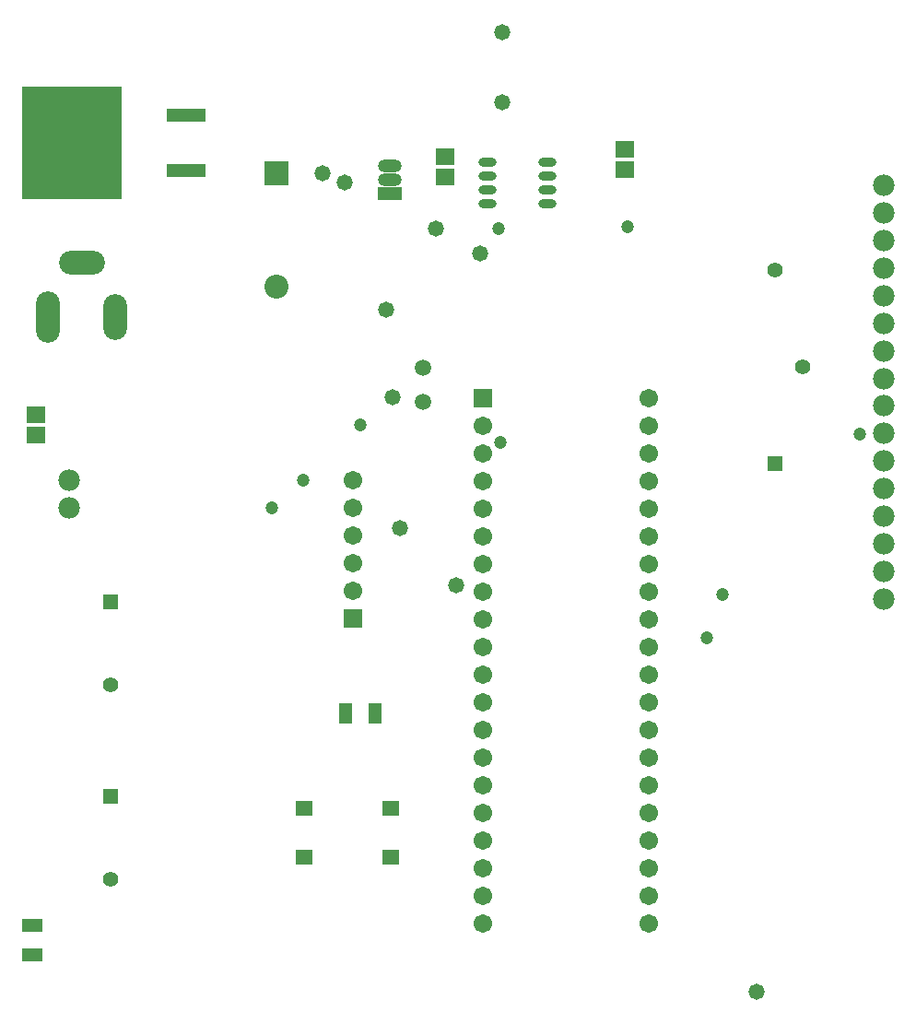
<source format=gts>
G04*
G04 #@! TF.GenerationSoftware,Altium Limited,Altium Designer,23.1.1 (15)*
G04*
G04 Layer_Color=8388736*
%FSLAX44Y44*%
%MOMM*%
G71*
G04*
G04 #@! TF.SameCoordinates,D6B2EDEF-5A9D-4844-A5D7-26F624485CE4*
G04*
G04*
G04 #@! TF.FilePolarity,Negative*
G04*
G01*
G75*
%ADD18R,1.6000X1.4000*%
%ADD24R,1.3032X1.9032*%
%ADD25R,1.7032X1.5032*%
%ADD26O,1.6532X0.8032*%
%ADD27R,9.1032X10.4532*%
%ADD28R,3.6032X1.2032*%
%ADD29R,1.9032X1.3032*%
%ADD30C,1.9812*%
%ADD31C,1.5032*%
%ADD32C,1.7032*%
%ADD33R,1.7032X1.7032*%
%ADD34R,1.7032X1.7032*%
%ADD35R,1.4032X1.4032*%
%ADD36C,1.4032*%
%ADD37O,2.2032X1.2032*%
%ADD38R,2.2032X1.2032*%
%ADD39C,2.2032*%
%ADD40R,2.2032X2.2032*%
%ADD41O,2.2032X4.7032*%
%ADD42O,2.2032X4.2032*%
%ADD43O,4.2032X2.2032*%
%ADD44C,1.7032*%
%ADD45C,1.4732*%
%ADD46C,1.2032*%
D18*
X690250Y506370D02*
D03*
X770250D02*
D03*
X690250Y461370D02*
D03*
X770250D02*
D03*
D24*
X755980Y593090D02*
D03*
X728980D02*
D03*
D25*
X985520Y1111860D02*
D03*
Y1092860D02*
D03*
X820420Y1104900D02*
D03*
Y1085900D02*
D03*
X444500Y868020D02*
D03*
Y849020D02*
D03*
D26*
X913710Y1061720D02*
D03*
Y1074420D02*
D03*
Y1087120D02*
D03*
Y1099820D02*
D03*
X859210Y1061720D02*
D03*
Y1074420D02*
D03*
Y1087120D02*
D03*
Y1099820D02*
D03*
D27*
X477340Y1117600D02*
D03*
D28*
X581840Y1092200D02*
D03*
Y1143000D02*
D03*
D29*
X440690Y398310D02*
D03*
Y371310D02*
D03*
D30*
X474980Y807720D02*
D03*
Y782320D02*
D03*
X1223010Y749300D02*
D03*
Y774700D02*
D03*
Y900430D02*
D03*
Y925830D02*
D03*
Y951230D02*
D03*
Y976630D02*
D03*
Y850900D02*
D03*
Y825500D02*
D03*
Y1027430D02*
D03*
Y800100D02*
D03*
Y1002030D02*
D03*
Y1052830D02*
D03*
Y1078230D02*
D03*
Y723900D02*
D03*
Y698500D02*
D03*
Y876300D02*
D03*
D31*
X800100Y910590D02*
D03*
Y879590D02*
D03*
D32*
X1007110Y400050D02*
D03*
Y425450D02*
D03*
Y450850D02*
D03*
Y476250D02*
D03*
Y501650D02*
D03*
Y527050D02*
D03*
Y552450D02*
D03*
Y577850D02*
D03*
Y603250D02*
D03*
Y628650D02*
D03*
Y654050D02*
D03*
Y679450D02*
D03*
Y704850D02*
D03*
Y730250D02*
D03*
Y755650D02*
D03*
Y781050D02*
D03*
Y806450D02*
D03*
Y831850D02*
D03*
Y857250D02*
D03*
Y882650D02*
D03*
X854710Y400050D02*
D03*
Y425450D02*
D03*
Y450850D02*
D03*
Y476250D02*
D03*
Y501650D02*
D03*
Y527050D02*
D03*
Y552450D02*
D03*
Y577850D02*
D03*
Y603250D02*
D03*
Y628650D02*
D03*
Y654050D02*
D03*
Y679450D02*
D03*
Y704850D02*
D03*
Y730250D02*
D03*
Y755650D02*
D03*
Y781050D02*
D03*
Y806450D02*
D03*
Y831850D02*
D03*
Y857250D02*
D03*
X735330Y706120D02*
D03*
Y731520D02*
D03*
Y756920D02*
D03*
Y782320D02*
D03*
Y807720D02*
D03*
X516820Y967580D02*
D03*
Y947580D02*
D03*
X476820Y1007580D02*
D03*
X496820D02*
D03*
D33*
X854710Y882650D02*
D03*
D34*
X735330Y680720D02*
D03*
D35*
X1122820Y822960D02*
D03*
X513080Y516890D02*
D03*
Y695960D02*
D03*
D36*
X1122820Y1000760D02*
D03*
X1148220Y911860D02*
D03*
X513080Y440690D02*
D03*
Y619760D02*
D03*
D37*
X769620Y1096010D02*
D03*
Y1083310D02*
D03*
D38*
Y1070610D02*
D03*
D39*
X665480Y985060D02*
D03*
D40*
Y1089660D02*
D03*
D41*
X454820Y957580D02*
D03*
D42*
X516820D02*
D03*
D43*
X486820Y1007580D02*
D03*
D44*
X454820Y945080D02*
D03*
Y970080D02*
D03*
D45*
X872490Y1154430D02*
D03*
Y1219200D02*
D03*
X1106170Y337820D02*
D03*
X772160Y883920D02*
D03*
X778510Y763270D02*
D03*
X830580Y711200D02*
D03*
X727710Y1080770D02*
D03*
X765810Y963930D02*
D03*
X707390Y1089660D02*
D03*
X852170Y1016000D02*
D03*
X811530Y1038860D02*
D03*
D46*
X689356Y807720D02*
D03*
X871210Y842528D02*
D03*
X742188Y858266D02*
D03*
X1060450Y662940D02*
D03*
X660654Y782320D02*
D03*
X1074554Y702444D02*
D03*
X1201420Y850168D02*
D03*
X869442Y1038822D02*
D03*
X987552Y1040515D02*
D03*
M02*

</source>
